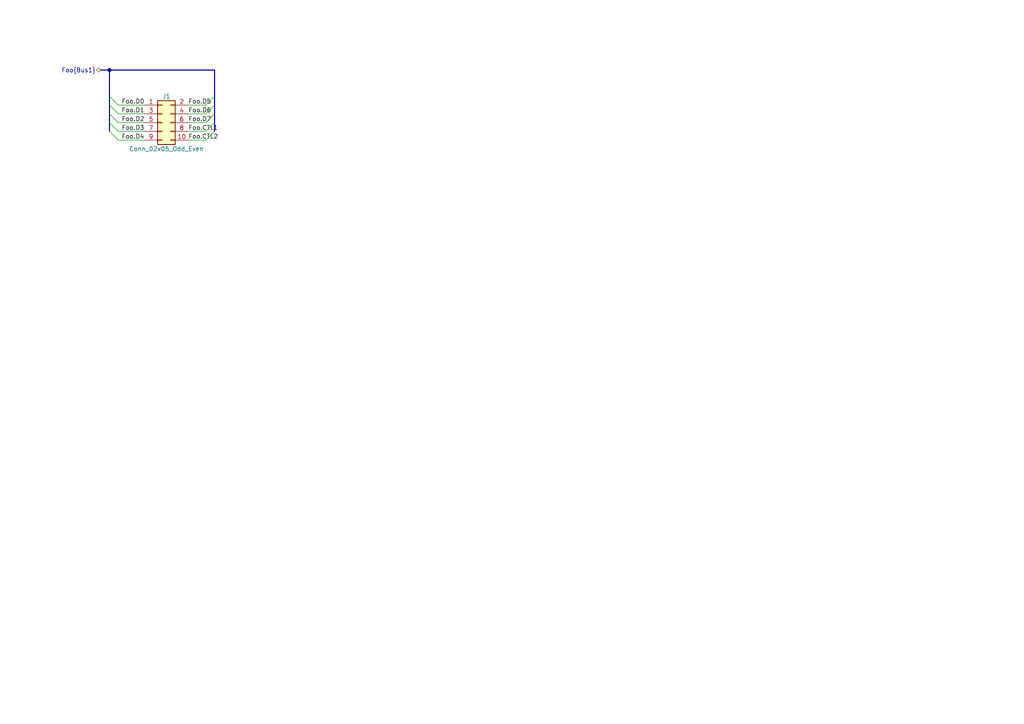
<source format=kicad_sch>
(kicad_sch (version 20210126) (generator eeschema)
  (paper "A4")
  (lib_symbols
    (symbol "Connector_Generic:Conn_02x05_Odd_Even" (pin_names (offset 1.016) hide)
      (property "Reference" "J" (at 1.27 7.62 0))
      (property "Value" "Conn_02x05_Odd_Even" (at 1.27 -7.62 0))
      (symbol "Conn_02x05_Odd_Even_1_1"
        (rectangle (start -1.27 -4.953) (end 0 -5.207) (stroke (width 0.1524)))
        (rectangle (start -1.27 -2.413) (end 0 -2.667) (stroke (width 0.1524)))
        (rectangle (start -1.27 0.127) (end 0 -0.127) (stroke (width 0.1524)))
        (rectangle (start -1.27 2.667) (end 0 2.413) (stroke (width 0.1524)))
        (rectangle (start -1.27 5.207) (end 0 4.953) (stroke (width 0.1524)))
        (rectangle (start 3.81 -4.953) (end 2.54 -5.207) (stroke (width 0.1524)))
        (rectangle (start 3.81 -2.413) (end 2.54 -2.667) (stroke (width 0.1524)))
        (rectangle (start 3.81 0.127) (end 2.54 -0.127) (stroke (width 0.1524)))
        (rectangle (start 3.81 2.667) (end 2.54 2.413) (stroke (width 0.1524)))
        (rectangle (start 3.81 5.207) (end 2.54 4.953) (stroke (width 0.1524)))
        (rectangle (start -1.27 6.35) (end 3.81 -6.35) (stroke (width 0.254)) (fill (type background)))
        (pin passive line (at -5.08 5.08 0) (length 3.81) (name "Pin_1") (number "1"))
        (pin passive line (at 7.62 -5.08 180) (length 3.81) (name "Pin_10") (number "10"))
        (pin passive line (at 7.62 5.08 180) (length 3.81) (name "Pin_2") (number "2"))
        (pin passive line (at -5.08 2.54 0) (length 3.81) (name "Pin_3") (number "3"))
        (pin passive line (at 7.62 2.54 180) (length 3.81) (name "Pin_4") (number "4"))
        (pin passive line (at -5.08 0 0) (length 3.81) (name "Pin_5") (number "5"))
        (pin passive line (at 7.62 0 180) (length 3.81) (name "Pin_6") (number "6"))
        (pin passive line (at -5.08 -2.54 0) (length 3.81) (name "Pin_7") (number "7"))
        (pin passive line (at 7.62 -2.54 180) (length 3.81) (name "Pin_8") (number "8"))
        (pin passive line (at -5.08 -5.08 0) (length 3.81) (name "Pin_9") (number "9"))
      )
    )
  )
  (bus_alias "Bus1" (members "D[0..7]" "CTL1" "CTL2"))
  (junction (at 31.75 20.32) (diameter 1.016))
  (bus_entry (at 31.75 27.94) (size 2.54 2.54) (stroke (width 0.1524)))
  (bus_entry (at 31.75 30.48) (size 2.54 2.54) (stroke (width 0.1524)))
  (bus_entry (at 31.75 33.02) (size 2.54 2.54) (stroke (width 0.1524)))
  (bus_entry (at 31.75 35.56) (size 2.54 2.54) (stroke (width 0.1524)))
  (bus_entry (at 31.75 38.1) (size 2.54 2.54) (stroke (width 0.1524)))
  (bus_entry (at 62.23 27.94) (size -2.54 2.54) (stroke (width 0.1524)))
  (bus_entry (at 62.23 30.48) (size -2.54 2.54) (stroke (width 0.1524)))
  (bus_entry (at 62.23 33.02) (size -2.54 2.54) (stroke (width 0.1524)))
  (bus_entry (at 62.23 35.56) (size -2.54 2.54) (stroke (width 0.1524)))
  (bus_entry (at 62.23 38.1) (size -2.54 2.54) (stroke (width 0.1524)))
  (wire (pts (xy 34.29 30.48) (xy 41.91 30.48)))
  (wire (pts (xy 34.29 33.02) (xy 41.91 33.02)))
  (wire (pts (xy 34.29 35.56) (xy 41.91 35.56)))
  (wire (pts (xy 34.29 38.1) (xy 41.91 38.1)))
  (wire (pts (xy 34.29 40.64) (xy 41.91 40.64)))
  (wire (pts (xy 54.61 30.48) (xy 59.69 30.48)))
  (wire (pts (xy 54.61 33.02) (xy 59.69 33.02)))
  (wire (pts (xy 54.61 35.56) (xy 59.69 35.56)))
  (wire (pts (xy 54.61 38.1) (xy 59.69 38.1)))
  (wire (pts (xy 54.61 40.64) (xy 59.69 40.64)))
  (bus (pts (xy 29.21 20.32) (xy 31.75 20.32)))
  (bus (pts (xy 31.75 20.32) (xy 31.75 27.94)))
  (bus (pts (xy 31.75 20.32) (xy 62.23 20.32)))
  (bus (pts (xy 31.75 27.94) (xy 31.75 30.48)))
  (bus (pts (xy 31.75 30.48) (xy 31.75 33.02)))
  (bus (pts (xy 31.75 33.02) (xy 31.75 35.56)))
  (bus (pts (xy 31.75 35.56) (xy 31.75 38.1)))
  (bus (pts (xy 62.23 20.32) (xy 62.23 27.94)))
  (bus (pts (xy 62.23 27.94) (xy 62.23 30.48)))
  (bus (pts (xy 62.23 30.48) (xy 62.23 33.02)))
  (bus (pts (xy 62.23 33.02) (xy 62.23 35.56)))
  (bus (pts (xy 62.23 35.56) (xy 62.23 38.1)))
  (label "Foo.D0" (at 41.91 30.48 180))
  (label "Foo.D1" (at 41.91 33.02 180))
  (label "Foo.D2" (at 41.91 35.56 180))
  (label "Foo.D3" (at 41.91 38.1 180))
  (label "Foo.D4" (at 41.91 40.64 180))
  (label "Foo.D5" (at 54.61 30.48 0))
  (label "Foo.D6" (at 54.61 33.02 0))
  (label "Foo.D7" (at 54.61 35.56 0))
  (label "Foo.CTL1" (at 54.61 38.1 0))
  (label "Foo.CTL2" (at 54.61 40.64 0))
  (hierarchical_label "Foo{Bus1}" (shape bidirectional) (at 29.21 20.32 180))
  (symbol (lib_id "Connector_Generic:Conn_02x05_Odd_Even") (at 46.99 35.56 0) (unit 1)
    (property "Reference" "J1" (at 48.26 27.94 0))
    (property "Value" "Conn_02x05_Odd_Even" (at 48.26 43.18 0))
    (property "Footprint" "Connector_PinHeader_2.54mm:PinHeader_2x05_P2.54mm_Vertical" (effects hide))
  )
)
</source>
